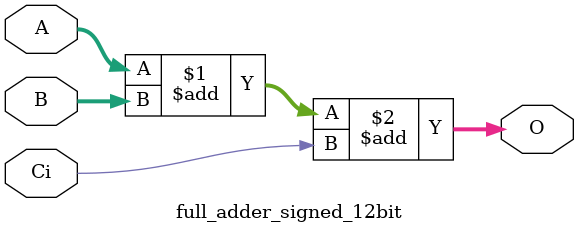
<source format=v>
module full_adder_signed_12bit(A, B, Ci, O);
  input signed [11:0] A;
  input signed [11:0] B;
  input Ci;
  output signed [12:0] O;

  assign O = A + B + Ci;
endmodule




</source>
